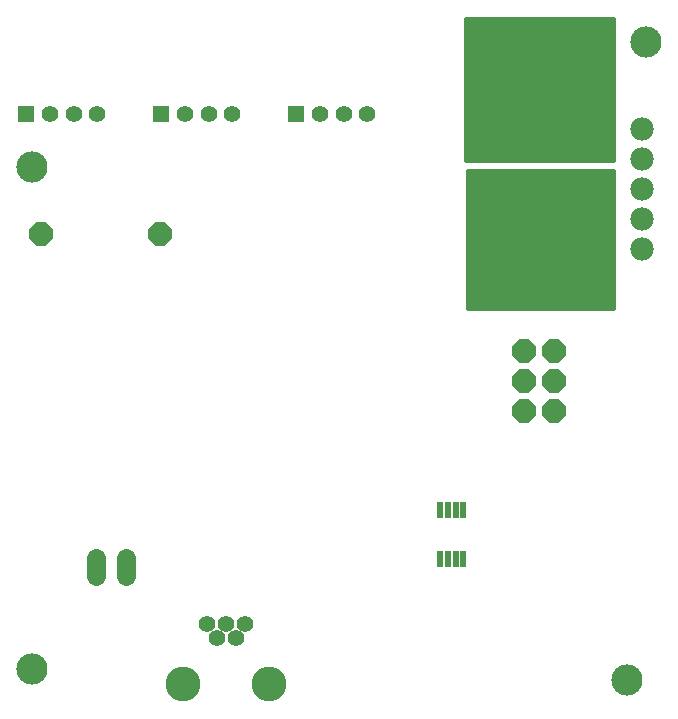
<source format=gbs>
G75*
%MOIN*%
%OFA0B0*%
%FSLAX24Y24*%
%IPPOS*%
%LPD*%
%AMOC8*
5,1,8,0,0,1.08239X$1,22.5*
%
%ADD10C,0.1040*%
%ADD11C,0.0100*%
%ADD12OC8,0.0800*%
%ADD13OC8,0.0780*%
%ADD14C,0.0555*%
%ADD15C,0.1162*%
%ADD16R,0.0217X0.0552*%
%ADD17R,0.0555X0.0555*%
%ADD18C,0.3583*%
%ADD19C,0.0780*%
%ADD20C,0.0640*%
D10*
X006833Y007500D03*
X006833Y024236D03*
X026683Y007150D03*
X027312Y028417D03*
D11*
X026233Y028451D02*
X021283Y028451D01*
X021283Y028549D02*
X026233Y028549D01*
X026233Y028648D02*
X021283Y028648D01*
X021283Y028746D02*
X026233Y028746D01*
X026233Y028845D02*
X021283Y028845D01*
X021283Y028943D02*
X026233Y028943D01*
X026233Y029042D02*
X021283Y029042D01*
X021283Y029140D02*
X026233Y029140D01*
X026233Y029200D02*
X026233Y024450D01*
X021283Y024450D01*
X021283Y029200D01*
X026233Y029200D01*
X026233Y028352D02*
X021283Y028352D01*
X021283Y028254D02*
X026233Y028254D01*
X026233Y028155D02*
X021283Y028155D01*
X021283Y028057D02*
X026233Y028057D01*
X026233Y027958D02*
X021283Y027958D01*
X021283Y027860D02*
X026233Y027860D01*
X026233Y027761D02*
X021283Y027761D01*
X021283Y027663D02*
X026233Y027663D01*
X026233Y027564D02*
X021283Y027564D01*
X021283Y027466D02*
X026233Y027466D01*
X026233Y027367D02*
X021283Y027367D01*
X021283Y027269D02*
X026233Y027269D01*
X026233Y027170D02*
X021283Y027170D01*
X021283Y027072D02*
X026233Y027072D01*
X026233Y026973D02*
X021283Y026973D01*
X021283Y026875D02*
X026233Y026875D01*
X026233Y026776D02*
X021283Y026776D01*
X021283Y026678D02*
X026233Y026678D01*
X026233Y026579D02*
X021283Y026579D01*
X021283Y026481D02*
X026233Y026481D01*
X026233Y026382D02*
X021283Y026382D01*
X021283Y026284D02*
X026233Y026284D01*
X026233Y026185D02*
X021283Y026185D01*
X021283Y026087D02*
X026233Y026087D01*
X026233Y025988D02*
X021283Y025988D01*
X021283Y025890D02*
X026233Y025890D01*
X026233Y025791D02*
X021283Y025791D01*
X021283Y025693D02*
X026233Y025693D01*
X026233Y025594D02*
X021283Y025594D01*
X021283Y025496D02*
X026233Y025496D01*
X026233Y025397D02*
X021283Y025397D01*
X021283Y025299D02*
X026233Y025299D01*
X026233Y025200D02*
X021283Y025200D01*
X021283Y025102D02*
X026233Y025102D01*
X026233Y025003D02*
X021283Y025003D01*
X021283Y024905D02*
X026233Y024905D01*
X026233Y024806D02*
X021283Y024806D01*
X021283Y024708D02*
X026233Y024708D01*
X026233Y024609D02*
X021283Y024609D01*
X021283Y024511D02*
X026233Y024511D01*
X026233Y024150D02*
X026233Y019500D01*
X021333Y019500D01*
X021333Y024150D01*
X026233Y024150D01*
X026233Y024117D02*
X021333Y024117D01*
X021333Y024018D02*
X026233Y024018D01*
X026233Y023920D02*
X021333Y023920D01*
X021333Y023821D02*
X026233Y023821D01*
X026233Y023723D02*
X021333Y023723D01*
X021333Y023624D02*
X026233Y023624D01*
X026233Y023526D02*
X021333Y023526D01*
X021333Y023427D02*
X026233Y023427D01*
X026233Y023329D02*
X021333Y023329D01*
X021333Y023230D02*
X026233Y023230D01*
X026233Y023132D02*
X021333Y023132D01*
X021333Y023033D02*
X026233Y023033D01*
X026233Y022935D02*
X021333Y022935D01*
X021333Y022836D02*
X026233Y022836D01*
X026233Y022738D02*
X021333Y022738D01*
X021333Y022639D02*
X026233Y022639D01*
X026233Y022541D02*
X021333Y022541D01*
X021333Y022442D02*
X026233Y022442D01*
X026233Y022344D02*
X021333Y022344D01*
X021333Y022245D02*
X026233Y022245D01*
X026233Y022147D02*
X021333Y022147D01*
X021333Y022048D02*
X026233Y022048D01*
X026233Y021950D02*
X021333Y021950D01*
X021333Y021851D02*
X026233Y021851D01*
X026233Y021753D02*
X021333Y021753D01*
X021333Y021654D02*
X026233Y021654D01*
X026233Y021556D02*
X021333Y021556D01*
X021333Y021457D02*
X026233Y021457D01*
X026233Y021359D02*
X021333Y021359D01*
X021333Y021260D02*
X026233Y021260D01*
X026233Y021162D02*
X021333Y021162D01*
X021333Y021063D02*
X026233Y021063D01*
X026233Y020965D02*
X021333Y020965D01*
X021333Y020866D02*
X026233Y020866D01*
X026233Y020768D02*
X021333Y020768D01*
X021333Y020669D02*
X026233Y020669D01*
X026233Y020571D02*
X021333Y020571D01*
X021333Y020472D02*
X026233Y020472D01*
X026233Y020374D02*
X021333Y020374D01*
X021333Y020275D02*
X026233Y020275D01*
X026233Y020177D02*
X021333Y020177D01*
X021333Y020078D02*
X026233Y020078D01*
X026233Y019980D02*
X021333Y019980D01*
X021333Y019881D02*
X026233Y019881D01*
X026233Y019783D02*
X021333Y019783D01*
X021333Y019684D02*
X026233Y019684D01*
X026233Y019586D02*
X021333Y019586D01*
D12*
X011093Y022000D03*
X007156Y022000D03*
D13*
X023233Y018100D03*
X024233Y018100D03*
X024233Y017100D03*
X023233Y017100D03*
X023233Y016100D03*
X024233Y016100D03*
D14*
X013948Y009008D03*
X013633Y008535D03*
X013318Y009008D03*
X013003Y008535D03*
X012688Y009008D03*
X012727Y026000D03*
X011940Y026000D03*
X013514Y026000D03*
X016440Y026000D03*
X017227Y026000D03*
X018014Y026000D03*
X009014Y026000D03*
X008227Y026000D03*
X007440Y026000D03*
D15*
X011881Y007000D03*
X014755Y007000D03*
D16*
X020449Y011193D03*
X020705Y011193D03*
X020961Y011193D03*
X021217Y011193D03*
X021217Y012807D03*
X020961Y012807D03*
X020705Y012807D03*
X020449Y012807D03*
D17*
X015652Y026000D03*
X011152Y026000D03*
X006652Y026000D03*
D18*
X024231Y027260D03*
X024231Y021354D03*
D19*
X027183Y021500D03*
X027183Y022500D03*
X027183Y023500D03*
X027183Y024500D03*
X027183Y025500D03*
D20*
X009967Y011221D02*
X009967Y010621D01*
X008967Y010621D02*
X008967Y011221D01*
M02*

</source>
